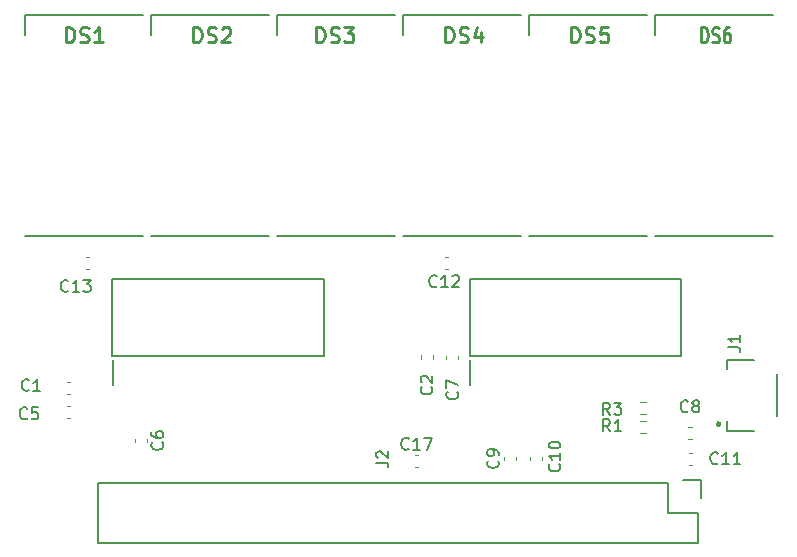
<source format=gto>
%TF.GenerationSoftware,KiCad,Pcbnew,7.0.5*%
%TF.CreationDate,2023-07-27T22:46:49+03:00*%
%TF.ProjectId,ltp_kikad,6c74705f-6b69-46b6-9164-2e6b69636164,rev?*%
%TF.SameCoordinates,Original*%
%TF.FileFunction,Legend,Top*%
%TF.FilePolarity,Positive*%
%FSLAX46Y46*%
G04 Gerber Fmt 4.6, Leading zero omitted, Abs format (unit mm)*
G04 Created by KiCad (PCBNEW 7.0.5) date 2023-07-27 22:46:49*
%MOMM*%
%LPD*%
G01*
G04 APERTURE LIST*
%ADD10C,0.150000*%
%ADD11C,0.250000*%
%ADD12C,0.254000*%
%ADD13C,0.200000*%
%ADD14C,0.120000*%
%ADD15C,0.127000*%
%ADD16C,0.300000*%
G04 APERTURE END LIST*
D10*
%TO.C,J2*%
X149641819Y-101333333D02*
X150356104Y-101333333D01*
X150356104Y-101333333D02*
X150498961Y-101380952D01*
X150498961Y-101380952D02*
X150594200Y-101476190D01*
X150594200Y-101476190D02*
X150641819Y-101619047D01*
X150641819Y-101619047D02*
X150641819Y-101714285D01*
X149737057Y-100904761D02*
X149689438Y-100857142D01*
X149689438Y-100857142D02*
X149641819Y-100761904D01*
X149641819Y-100761904D02*
X149641819Y-100523809D01*
X149641819Y-100523809D02*
X149689438Y-100428571D01*
X149689438Y-100428571D02*
X149737057Y-100380952D01*
X149737057Y-100380952D02*
X149832295Y-100333333D01*
X149832295Y-100333333D02*
X149927533Y-100333333D01*
X149927533Y-100333333D02*
X150070390Y-100380952D01*
X150070390Y-100380952D02*
X150641819Y-100952380D01*
X150641819Y-100952380D02*
X150641819Y-100333333D01*
D11*
%TO.C,DS6*%
X177130614Y-65725526D02*
X177130614Y-64455526D01*
X177130614Y-64455526D02*
X177368709Y-64455526D01*
X177368709Y-64455526D02*
X177511566Y-64516002D01*
X177511566Y-64516002D02*
X177606804Y-64636954D01*
X177606804Y-64636954D02*
X177654423Y-64757907D01*
X177654423Y-64757907D02*
X177702042Y-64999811D01*
X177702042Y-64999811D02*
X177702042Y-65181240D01*
X177702042Y-65181240D02*
X177654423Y-65423145D01*
X177654423Y-65423145D02*
X177606804Y-65544097D01*
X177606804Y-65544097D02*
X177511566Y-65665050D01*
X177511566Y-65665050D02*
X177368709Y-65725526D01*
X177368709Y-65725526D02*
X177130614Y-65725526D01*
X178082995Y-65665050D02*
X178225852Y-65725526D01*
X178225852Y-65725526D02*
X178463947Y-65725526D01*
X178463947Y-65725526D02*
X178559185Y-65665050D01*
X178559185Y-65665050D02*
X178606804Y-65604573D01*
X178606804Y-65604573D02*
X178654423Y-65483621D01*
X178654423Y-65483621D02*
X178654423Y-65362669D01*
X178654423Y-65362669D02*
X178606804Y-65241716D01*
X178606804Y-65241716D02*
X178559185Y-65181240D01*
X178559185Y-65181240D02*
X178463947Y-65120764D01*
X178463947Y-65120764D02*
X178273471Y-65060288D01*
X178273471Y-65060288D02*
X178178233Y-64999811D01*
X178178233Y-64999811D02*
X178130614Y-64939335D01*
X178130614Y-64939335D02*
X178082995Y-64818383D01*
X178082995Y-64818383D02*
X178082995Y-64697430D01*
X178082995Y-64697430D02*
X178130614Y-64576478D01*
X178130614Y-64576478D02*
X178178233Y-64516002D01*
X178178233Y-64516002D02*
X178273471Y-64455526D01*
X178273471Y-64455526D02*
X178511566Y-64455526D01*
X178511566Y-64455526D02*
X178654423Y-64516002D01*
X179511566Y-64455526D02*
X179321090Y-64455526D01*
X179321090Y-64455526D02*
X179225852Y-64516002D01*
X179225852Y-64516002D02*
X179178233Y-64576478D01*
X179178233Y-64576478D02*
X179082995Y-64757907D01*
X179082995Y-64757907D02*
X179035376Y-64999811D01*
X179035376Y-64999811D02*
X179035376Y-65483621D01*
X179035376Y-65483621D02*
X179082995Y-65604573D01*
X179082995Y-65604573D02*
X179130614Y-65665050D01*
X179130614Y-65665050D02*
X179225852Y-65725526D01*
X179225852Y-65725526D02*
X179416328Y-65725526D01*
X179416328Y-65725526D02*
X179511566Y-65665050D01*
X179511566Y-65665050D02*
X179559185Y-65604573D01*
X179559185Y-65604573D02*
X179606804Y-65483621D01*
X179606804Y-65483621D02*
X179606804Y-65181240D01*
X179606804Y-65181240D02*
X179559185Y-65060288D01*
X179559185Y-65060288D02*
X179511566Y-64999811D01*
X179511566Y-64999811D02*
X179416328Y-64939335D01*
X179416328Y-64939335D02*
X179225852Y-64939335D01*
X179225852Y-64939335D02*
X179130614Y-64999811D01*
X179130614Y-64999811D02*
X179082995Y-65060288D01*
X179082995Y-65060288D02*
X179035376Y-65181240D01*
D12*
%TO.C,DS3*%
X144544756Y-65722918D02*
X144544756Y-64452918D01*
X144544756Y-64452918D02*
X144847137Y-64452918D01*
X144847137Y-64452918D02*
X145028566Y-64513394D01*
X145028566Y-64513394D02*
X145149518Y-64634346D01*
X145149518Y-64634346D02*
X145209995Y-64755299D01*
X145209995Y-64755299D02*
X145270471Y-64997203D01*
X145270471Y-64997203D02*
X145270471Y-65178632D01*
X145270471Y-65178632D02*
X145209995Y-65420537D01*
X145209995Y-65420537D02*
X145149518Y-65541489D01*
X145149518Y-65541489D02*
X145028566Y-65662442D01*
X145028566Y-65662442D02*
X144847137Y-65722918D01*
X144847137Y-65722918D02*
X144544756Y-65722918D01*
X145754280Y-65662442D02*
X145935709Y-65722918D01*
X145935709Y-65722918D02*
X146238090Y-65722918D01*
X146238090Y-65722918D02*
X146359042Y-65662442D01*
X146359042Y-65662442D02*
X146419518Y-65601965D01*
X146419518Y-65601965D02*
X146479995Y-65481013D01*
X146479995Y-65481013D02*
X146479995Y-65360061D01*
X146479995Y-65360061D02*
X146419518Y-65239108D01*
X146419518Y-65239108D02*
X146359042Y-65178632D01*
X146359042Y-65178632D02*
X146238090Y-65118156D01*
X146238090Y-65118156D02*
X145996185Y-65057680D01*
X145996185Y-65057680D02*
X145875233Y-64997203D01*
X145875233Y-64997203D02*
X145814756Y-64936727D01*
X145814756Y-64936727D02*
X145754280Y-64815775D01*
X145754280Y-64815775D02*
X145754280Y-64694822D01*
X145754280Y-64694822D02*
X145814756Y-64573870D01*
X145814756Y-64573870D02*
X145875233Y-64513394D01*
X145875233Y-64513394D02*
X145996185Y-64452918D01*
X145996185Y-64452918D02*
X146298566Y-64452918D01*
X146298566Y-64452918D02*
X146479995Y-64513394D01*
X146903328Y-64452918D02*
X147689519Y-64452918D01*
X147689519Y-64452918D02*
X147266185Y-64936727D01*
X147266185Y-64936727D02*
X147447614Y-64936727D01*
X147447614Y-64936727D02*
X147568566Y-64997203D01*
X147568566Y-64997203D02*
X147629042Y-65057680D01*
X147629042Y-65057680D02*
X147689519Y-65178632D01*
X147689519Y-65178632D02*
X147689519Y-65481013D01*
X147689519Y-65481013D02*
X147629042Y-65601965D01*
X147629042Y-65601965D02*
X147568566Y-65662442D01*
X147568566Y-65662442D02*
X147447614Y-65722918D01*
X147447614Y-65722918D02*
X147084757Y-65722918D01*
X147084757Y-65722918D02*
X146963804Y-65662442D01*
X146963804Y-65662442D02*
X146903328Y-65601965D01*
D10*
%TO.C,C11*%
X178544142Y-101359580D02*
X178496523Y-101407200D01*
X178496523Y-101407200D02*
X178353666Y-101454819D01*
X178353666Y-101454819D02*
X178258428Y-101454819D01*
X178258428Y-101454819D02*
X178115571Y-101407200D01*
X178115571Y-101407200D02*
X178020333Y-101311961D01*
X178020333Y-101311961D02*
X177972714Y-101216723D01*
X177972714Y-101216723D02*
X177925095Y-101026247D01*
X177925095Y-101026247D02*
X177925095Y-100883390D01*
X177925095Y-100883390D02*
X177972714Y-100692914D01*
X177972714Y-100692914D02*
X178020333Y-100597676D01*
X178020333Y-100597676D02*
X178115571Y-100502438D01*
X178115571Y-100502438D02*
X178258428Y-100454819D01*
X178258428Y-100454819D02*
X178353666Y-100454819D01*
X178353666Y-100454819D02*
X178496523Y-100502438D01*
X178496523Y-100502438D02*
X178544142Y-100550057D01*
X179496523Y-101454819D02*
X178925095Y-101454819D01*
X179210809Y-101454819D02*
X179210809Y-100454819D01*
X179210809Y-100454819D02*
X179115571Y-100597676D01*
X179115571Y-100597676D02*
X179020333Y-100692914D01*
X179020333Y-100692914D02*
X178925095Y-100740533D01*
X180448904Y-101454819D02*
X179877476Y-101454819D01*
X180163190Y-101454819D02*
X180163190Y-100454819D01*
X180163190Y-100454819D02*
X180067952Y-100597676D01*
X180067952Y-100597676D02*
X179972714Y-100692914D01*
X179972714Y-100692914D02*
X179877476Y-100740533D01*
%TO.C,J1*%
X179441819Y-91533333D02*
X180156104Y-91533333D01*
X180156104Y-91533333D02*
X180298961Y-91580952D01*
X180298961Y-91580952D02*
X180394200Y-91676190D01*
X180394200Y-91676190D02*
X180441819Y-91819047D01*
X180441819Y-91819047D02*
X180441819Y-91914285D01*
X180441819Y-90533333D02*
X180441819Y-91104761D01*
X180441819Y-90819047D02*
X179441819Y-90819047D01*
X179441819Y-90819047D02*
X179584676Y-90914285D01*
X179584676Y-90914285D02*
X179679914Y-91009523D01*
X179679914Y-91009523D02*
X179727533Y-91104761D01*
%TO.C,C9*%
X159916580Y-101141666D02*
X159964200Y-101189285D01*
X159964200Y-101189285D02*
X160011819Y-101332142D01*
X160011819Y-101332142D02*
X160011819Y-101427380D01*
X160011819Y-101427380D02*
X159964200Y-101570237D01*
X159964200Y-101570237D02*
X159868961Y-101665475D01*
X159868961Y-101665475D02*
X159773723Y-101713094D01*
X159773723Y-101713094D02*
X159583247Y-101760713D01*
X159583247Y-101760713D02*
X159440390Y-101760713D01*
X159440390Y-101760713D02*
X159249914Y-101713094D01*
X159249914Y-101713094D02*
X159154676Y-101665475D01*
X159154676Y-101665475D02*
X159059438Y-101570237D01*
X159059438Y-101570237D02*
X159011819Y-101427380D01*
X159011819Y-101427380D02*
X159011819Y-101332142D01*
X159011819Y-101332142D02*
X159059438Y-101189285D01*
X159059438Y-101189285D02*
X159107057Y-101141666D01*
X160011819Y-100665475D02*
X160011819Y-100474999D01*
X160011819Y-100474999D02*
X159964200Y-100379761D01*
X159964200Y-100379761D02*
X159916580Y-100332142D01*
X159916580Y-100332142D02*
X159773723Y-100236904D01*
X159773723Y-100236904D02*
X159583247Y-100189285D01*
X159583247Y-100189285D02*
X159202295Y-100189285D01*
X159202295Y-100189285D02*
X159107057Y-100236904D01*
X159107057Y-100236904D02*
X159059438Y-100284523D01*
X159059438Y-100284523D02*
X159011819Y-100379761D01*
X159011819Y-100379761D02*
X159011819Y-100570237D01*
X159011819Y-100570237D02*
X159059438Y-100665475D01*
X159059438Y-100665475D02*
X159107057Y-100713094D01*
X159107057Y-100713094D02*
X159202295Y-100760713D01*
X159202295Y-100760713D02*
X159440390Y-100760713D01*
X159440390Y-100760713D02*
X159535628Y-100713094D01*
X159535628Y-100713094D02*
X159583247Y-100665475D01*
X159583247Y-100665475D02*
X159630866Y-100570237D01*
X159630866Y-100570237D02*
X159630866Y-100379761D01*
X159630866Y-100379761D02*
X159583247Y-100284523D01*
X159583247Y-100284523D02*
X159535628Y-100236904D01*
X159535628Y-100236904D02*
X159440390Y-100189285D01*
%TO.C,C7*%
X156476580Y-95326666D02*
X156524200Y-95374285D01*
X156524200Y-95374285D02*
X156571819Y-95517142D01*
X156571819Y-95517142D02*
X156571819Y-95612380D01*
X156571819Y-95612380D02*
X156524200Y-95755237D01*
X156524200Y-95755237D02*
X156428961Y-95850475D01*
X156428961Y-95850475D02*
X156333723Y-95898094D01*
X156333723Y-95898094D02*
X156143247Y-95945713D01*
X156143247Y-95945713D02*
X156000390Y-95945713D01*
X156000390Y-95945713D02*
X155809914Y-95898094D01*
X155809914Y-95898094D02*
X155714676Y-95850475D01*
X155714676Y-95850475D02*
X155619438Y-95755237D01*
X155619438Y-95755237D02*
X155571819Y-95612380D01*
X155571819Y-95612380D02*
X155571819Y-95517142D01*
X155571819Y-95517142D02*
X155619438Y-95374285D01*
X155619438Y-95374285D02*
X155667057Y-95326666D01*
X155571819Y-94993332D02*
X155571819Y-94326666D01*
X155571819Y-94326666D02*
X156571819Y-94755237D01*
%TO.C,C5*%
X120072433Y-97549980D02*
X120024814Y-97597600D01*
X120024814Y-97597600D02*
X119881957Y-97645219D01*
X119881957Y-97645219D02*
X119786719Y-97645219D01*
X119786719Y-97645219D02*
X119643862Y-97597600D01*
X119643862Y-97597600D02*
X119548624Y-97502361D01*
X119548624Y-97502361D02*
X119501005Y-97407123D01*
X119501005Y-97407123D02*
X119453386Y-97216647D01*
X119453386Y-97216647D02*
X119453386Y-97073790D01*
X119453386Y-97073790D02*
X119501005Y-96883314D01*
X119501005Y-96883314D02*
X119548624Y-96788076D01*
X119548624Y-96788076D02*
X119643862Y-96692838D01*
X119643862Y-96692838D02*
X119786719Y-96645219D01*
X119786719Y-96645219D02*
X119881957Y-96645219D01*
X119881957Y-96645219D02*
X120024814Y-96692838D01*
X120024814Y-96692838D02*
X120072433Y-96740457D01*
X120977195Y-96645219D02*
X120501005Y-96645219D01*
X120501005Y-96645219D02*
X120453386Y-97121409D01*
X120453386Y-97121409D02*
X120501005Y-97073790D01*
X120501005Y-97073790D02*
X120596243Y-97026171D01*
X120596243Y-97026171D02*
X120834338Y-97026171D01*
X120834338Y-97026171D02*
X120929576Y-97073790D01*
X120929576Y-97073790D02*
X120977195Y-97121409D01*
X120977195Y-97121409D02*
X121024814Y-97216647D01*
X121024814Y-97216647D02*
X121024814Y-97454742D01*
X121024814Y-97454742D02*
X120977195Y-97549980D01*
X120977195Y-97549980D02*
X120929576Y-97597600D01*
X120929576Y-97597600D02*
X120834338Y-97645219D01*
X120834338Y-97645219D02*
X120596243Y-97645219D01*
X120596243Y-97645219D02*
X120501005Y-97597600D01*
X120501005Y-97597600D02*
X120453386Y-97549980D01*
%TO.C,C13*%
X123544142Y-86759580D02*
X123496523Y-86807200D01*
X123496523Y-86807200D02*
X123353666Y-86854819D01*
X123353666Y-86854819D02*
X123258428Y-86854819D01*
X123258428Y-86854819D02*
X123115571Y-86807200D01*
X123115571Y-86807200D02*
X123020333Y-86711961D01*
X123020333Y-86711961D02*
X122972714Y-86616723D01*
X122972714Y-86616723D02*
X122925095Y-86426247D01*
X122925095Y-86426247D02*
X122925095Y-86283390D01*
X122925095Y-86283390D02*
X122972714Y-86092914D01*
X122972714Y-86092914D02*
X123020333Y-85997676D01*
X123020333Y-85997676D02*
X123115571Y-85902438D01*
X123115571Y-85902438D02*
X123258428Y-85854819D01*
X123258428Y-85854819D02*
X123353666Y-85854819D01*
X123353666Y-85854819D02*
X123496523Y-85902438D01*
X123496523Y-85902438D02*
X123544142Y-85950057D01*
X124496523Y-86854819D02*
X123925095Y-86854819D01*
X124210809Y-86854819D02*
X124210809Y-85854819D01*
X124210809Y-85854819D02*
X124115571Y-85997676D01*
X124115571Y-85997676D02*
X124020333Y-86092914D01*
X124020333Y-86092914D02*
X123925095Y-86140533D01*
X124829857Y-85854819D02*
X125448904Y-85854819D01*
X125448904Y-85854819D02*
X125115571Y-86235771D01*
X125115571Y-86235771D02*
X125258428Y-86235771D01*
X125258428Y-86235771D02*
X125353666Y-86283390D01*
X125353666Y-86283390D02*
X125401285Y-86331009D01*
X125401285Y-86331009D02*
X125448904Y-86426247D01*
X125448904Y-86426247D02*
X125448904Y-86664342D01*
X125448904Y-86664342D02*
X125401285Y-86759580D01*
X125401285Y-86759580D02*
X125353666Y-86807200D01*
X125353666Y-86807200D02*
X125258428Y-86854819D01*
X125258428Y-86854819D02*
X124972714Y-86854819D01*
X124972714Y-86854819D02*
X124877476Y-86807200D01*
X124877476Y-86807200D02*
X124829857Y-86759580D01*
%TO.C,C2*%
X154283580Y-94908666D02*
X154331200Y-94956285D01*
X154331200Y-94956285D02*
X154378819Y-95099142D01*
X154378819Y-95099142D02*
X154378819Y-95194380D01*
X154378819Y-95194380D02*
X154331200Y-95337237D01*
X154331200Y-95337237D02*
X154235961Y-95432475D01*
X154235961Y-95432475D02*
X154140723Y-95480094D01*
X154140723Y-95480094D02*
X153950247Y-95527713D01*
X153950247Y-95527713D02*
X153807390Y-95527713D01*
X153807390Y-95527713D02*
X153616914Y-95480094D01*
X153616914Y-95480094D02*
X153521676Y-95432475D01*
X153521676Y-95432475D02*
X153426438Y-95337237D01*
X153426438Y-95337237D02*
X153378819Y-95194380D01*
X153378819Y-95194380D02*
X153378819Y-95099142D01*
X153378819Y-95099142D02*
X153426438Y-94956285D01*
X153426438Y-94956285D02*
X153474057Y-94908666D01*
X153474057Y-94527713D02*
X153426438Y-94480094D01*
X153426438Y-94480094D02*
X153378819Y-94384856D01*
X153378819Y-94384856D02*
X153378819Y-94146761D01*
X153378819Y-94146761D02*
X153426438Y-94051523D01*
X153426438Y-94051523D02*
X153474057Y-94003904D01*
X153474057Y-94003904D02*
X153569295Y-93956285D01*
X153569295Y-93956285D02*
X153664533Y-93956285D01*
X153664533Y-93956285D02*
X153807390Y-94003904D01*
X153807390Y-94003904D02*
X154378819Y-94575332D01*
X154378819Y-94575332D02*
X154378819Y-93956285D01*
%TO.C,R1*%
X169420333Y-98654819D02*
X169087000Y-98178628D01*
X168848905Y-98654819D02*
X168848905Y-97654819D01*
X168848905Y-97654819D02*
X169229857Y-97654819D01*
X169229857Y-97654819D02*
X169325095Y-97702438D01*
X169325095Y-97702438D02*
X169372714Y-97750057D01*
X169372714Y-97750057D02*
X169420333Y-97845295D01*
X169420333Y-97845295D02*
X169420333Y-97988152D01*
X169420333Y-97988152D02*
X169372714Y-98083390D01*
X169372714Y-98083390D02*
X169325095Y-98131009D01*
X169325095Y-98131009D02*
X169229857Y-98178628D01*
X169229857Y-98178628D02*
X168848905Y-98178628D01*
X170372714Y-98654819D02*
X169801286Y-98654819D01*
X170087000Y-98654819D02*
X170087000Y-97654819D01*
X170087000Y-97654819D02*
X169991762Y-97797676D01*
X169991762Y-97797676D02*
X169896524Y-97892914D01*
X169896524Y-97892914D02*
X169801286Y-97940533D01*
D12*
%TO.C,DS5*%
X166134756Y-65722918D02*
X166134756Y-64452918D01*
X166134756Y-64452918D02*
X166437137Y-64452918D01*
X166437137Y-64452918D02*
X166618566Y-64513394D01*
X166618566Y-64513394D02*
X166739518Y-64634346D01*
X166739518Y-64634346D02*
X166799995Y-64755299D01*
X166799995Y-64755299D02*
X166860471Y-64997203D01*
X166860471Y-64997203D02*
X166860471Y-65178632D01*
X166860471Y-65178632D02*
X166799995Y-65420537D01*
X166799995Y-65420537D02*
X166739518Y-65541489D01*
X166739518Y-65541489D02*
X166618566Y-65662442D01*
X166618566Y-65662442D02*
X166437137Y-65722918D01*
X166437137Y-65722918D02*
X166134756Y-65722918D01*
X167344280Y-65662442D02*
X167525709Y-65722918D01*
X167525709Y-65722918D02*
X167828090Y-65722918D01*
X167828090Y-65722918D02*
X167949042Y-65662442D01*
X167949042Y-65662442D02*
X168009518Y-65601965D01*
X168009518Y-65601965D02*
X168069995Y-65481013D01*
X168069995Y-65481013D02*
X168069995Y-65360061D01*
X168069995Y-65360061D02*
X168009518Y-65239108D01*
X168009518Y-65239108D02*
X167949042Y-65178632D01*
X167949042Y-65178632D02*
X167828090Y-65118156D01*
X167828090Y-65118156D02*
X167586185Y-65057680D01*
X167586185Y-65057680D02*
X167465233Y-64997203D01*
X167465233Y-64997203D02*
X167404756Y-64936727D01*
X167404756Y-64936727D02*
X167344280Y-64815775D01*
X167344280Y-64815775D02*
X167344280Y-64694822D01*
X167344280Y-64694822D02*
X167404756Y-64573870D01*
X167404756Y-64573870D02*
X167465233Y-64513394D01*
X167465233Y-64513394D02*
X167586185Y-64452918D01*
X167586185Y-64452918D02*
X167888566Y-64452918D01*
X167888566Y-64452918D02*
X168069995Y-64513394D01*
X169219042Y-64452918D02*
X168614280Y-64452918D01*
X168614280Y-64452918D02*
X168553804Y-65057680D01*
X168553804Y-65057680D02*
X168614280Y-64997203D01*
X168614280Y-64997203D02*
X168735233Y-64936727D01*
X168735233Y-64936727D02*
X169037614Y-64936727D01*
X169037614Y-64936727D02*
X169158566Y-64997203D01*
X169158566Y-64997203D02*
X169219042Y-65057680D01*
X169219042Y-65057680D02*
X169279519Y-65178632D01*
X169279519Y-65178632D02*
X169279519Y-65481013D01*
X169279519Y-65481013D02*
X169219042Y-65601965D01*
X169219042Y-65601965D02*
X169158566Y-65662442D01*
X169158566Y-65662442D02*
X169037614Y-65722918D01*
X169037614Y-65722918D02*
X168735233Y-65722918D01*
X168735233Y-65722918D02*
X168614280Y-65662442D01*
X168614280Y-65662442D02*
X168553804Y-65601965D01*
%TO.C,DS2*%
X134130756Y-65722918D02*
X134130756Y-64452918D01*
X134130756Y-64452918D02*
X134433137Y-64452918D01*
X134433137Y-64452918D02*
X134614566Y-64513394D01*
X134614566Y-64513394D02*
X134735518Y-64634346D01*
X134735518Y-64634346D02*
X134795995Y-64755299D01*
X134795995Y-64755299D02*
X134856471Y-64997203D01*
X134856471Y-64997203D02*
X134856471Y-65178632D01*
X134856471Y-65178632D02*
X134795995Y-65420537D01*
X134795995Y-65420537D02*
X134735518Y-65541489D01*
X134735518Y-65541489D02*
X134614566Y-65662442D01*
X134614566Y-65662442D02*
X134433137Y-65722918D01*
X134433137Y-65722918D02*
X134130756Y-65722918D01*
X135340280Y-65662442D02*
X135521709Y-65722918D01*
X135521709Y-65722918D02*
X135824090Y-65722918D01*
X135824090Y-65722918D02*
X135945042Y-65662442D01*
X135945042Y-65662442D02*
X136005518Y-65601965D01*
X136005518Y-65601965D02*
X136065995Y-65481013D01*
X136065995Y-65481013D02*
X136065995Y-65360061D01*
X136065995Y-65360061D02*
X136005518Y-65239108D01*
X136005518Y-65239108D02*
X135945042Y-65178632D01*
X135945042Y-65178632D02*
X135824090Y-65118156D01*
X135824090Y-65118156D02*
X135582185Y-65057680D01*
X135582185Y-65057680D02*
X135461233Y-64997203D01*
X135461233Y-64997203D02*
X135400756Y-64936727D01*
X135400756Y-64936727D02*
X135340280Y-64815775D01*
X135340280Y-64815775D02*
X135340280Y-64694822D01*
X135340280Y-64694822D02*
X135400756Y-64573870D01*
X135400756Y-64573870D02*
X135461233Y-64513394D01*
X135461233Y-64513394D02*
X135582185Y-64452918D01*
X135582185Y-64452918D02*
X135884566Y-64452918D01*
X135884566Y-64452918D02*
X136065995Y-64513394D01*
X136549804Y-64573870D02*
X136610280Y-64513394D01*
X136610280Y-64513394D02*
X136731233Y-64452918D01*
X136731233Y-64452918D02*
X137033614Y-64452918D01*
X137033614Y-64452918D02*
X137154566Y-64513394D01*
X137154566Y-64513394D02*
X137215042Y-64573870D01*
X137215042Y-64573870D02*
X137275519Y-64694822D01*
X137275519Y-64694822D02*
X137275519Y-64815775D01*
X137275519Y-64815775D02*
X137215042Y-64997203D01*
X137215042Y-64997203D02*
X136489328Y-65722918D01*
X136489328Y-65722918D02*
X137275519Y-65722918D01*
%TO.C,DS1*%
X123335756Y-65722918D02*
X123335756Y-64452918D01*
X123335756Y-64452918D02*
X123638137Y-64452918D01*
X123638137Y-64452918D02*
X123819566Y-64513394D01*
X123819566Y-64513394D02*
X123940518Y-64634346D01*
X123940518Y-64634346D02*
X124000995Y-64755299D01*
X124000995Y-64755299D02*
X124061471Y-64997203D01*
X124061471Y-64997203D02*
X124061471Y-65178632D01*
X124061471Y-65178632D02*
X124000995Y-65420537D01*
X124000995Y-65420537D02*
X123940518Y-65541489D01*
X123940518Y-65541489D02*
X123819566Y-65662442D01*
X123819566Y-65662442D02*
X123638137Y-65722918D01*
X123638137Y-65722918D02*
X123335756Y-65722918D01*
X124545280Y-65662442D02*
X124726709Y-65722918D01*
X124726709Y-65722918D02*
X125029090Y-65722918D01*
X125029090Y-65722918D02*
X125150042Y-65662442D01*
X125150042Y-65662442D02*
X125210518Y-65601965D01*
X125210518Y-65601965D02*
X125270995Y-65481013D01*
X125270995Y-65481013D02*
X125270995Y-65360061D01*
X125270995Y-65360061D02*
X125210518Y-65239108D01*
X125210518Y-65239108D02*
X125150042Y-65178632D01*
X125150042Y-65178632D02*
X125029090Y-65118156D01*
X125029090Y-65118156D02*
X124787185Y-65057680D01*
X124787185Y-65057680D02*
X124666233Y-64997203D01*
X124666233Y-64997203D02*
X124605756Y-64936727D01*
X124605756Y-64936727D02*
X124545280Y-64815775D01*
X124545280Y-64815775D02*
X124545280Y-64694822D01*
X124545280Y-64694822D02*
X124605756Y-64573870D01*
X124605756Y-64573870D02*
X124666233Y-64513394D01*
X124666233Y-64513394D02*
X124787185Y-64452918D01*
X124787185Y-64452918D02*
X125089566Y-64452918D01*
X125089566Y-64452918D02*
X125270995Y-64513394D01*
X126480519Y-65722918D02*
X125754804Y-65722918D01*
X126117661Y-65722918D02*
X126117661Y-64452918D01*
X126117661Y-64452918D02*
X125996709Y-64634346D01*
X125996709Y-64634346D02*
X125875757Y-64755299D01*
X125875757Y-64755299D02*
X125754804Y-64815775D01*
D10*
%TO.C,C1*%
X120220333Y-95159580D02*
X120172714Y-95207200D01*
X120172714Y-95207200D02*
X120029857Y-95254819D01*
X120029857Y-95254819D02*
X119934619Y-95254819D01*
X119934619Y-95254819D02*
X119791762Y-95207200D01*
X119791762Y-95207200D02*
X119696524Y-95111961D01*
X119696524Y-95111961D02*
X119648905Y-95016723D01*
X119648905Y-95016723D02*
X119601286Y-94826247D01*
X119601286Y-94826247D02*
X119601286Y-94683390D01*
X119601286Y-94683390D02*
X119648905Y-94492914D01*
X119648905Y-94492914D02*
X119696524Y-94397676D01*
X119696524Y-94397676D02*
X119791762Y-94302438D01*
X119791762Y-94302438D02*
X119934619Y-94254819D01*
X119934619Y-94254819D02*
X120029857Y-94254819D01*
X120029857Y-94254819D02*
X120172714Y-94302438D01*
X120172714Y-94302438D02*
X120220333Y-94350057D01*
X121172714Y-95254819D02*
X120601286Y-95254819D01*
X120887000Y-95254819D02*
X120887000Y-94254819D01*
X120887000Y-94254819D02*
X120791762Y-94397676D01*
X120791762Y-94397676D02*
X120696524Y-94492914D01*
X120696524Y-94492914D02*
X120601286Y-94540533D01*
%TO.C,C17*%
X152369142Y-100129580D02*
X152321523Y-100177200D01*
X152321523Y-100177200D02*
X152178666Y-100224819D01*
X152178666Y-100224819D02*
X152083428Y-100224819D01*
X152083428Y-100224819D02*
X151940571Y-100177200D01*
X151940571Y-100177200D02*
X151845333Y-100081961D01*
X151845333Y-100081961D02*
X151797714Y-99986723D01*
X151797714Y-99986723D02*
X151750095Y-99796247D01*
X151750095Y-99796247D02*
X151750095Y-99653390D01*
X151750095Y-99653390D02*
X151797714Y-99462914D01*
X151797714Y-99462914D02*
X151845333Y-99367676D01*
X151845333Y-99367676D02*
X151940571Y-99272438D01*
X151940571Y-99272438D02*
X152083428Y-99224819D01*
X152083428Y-99224819D02*
X152178666Y-99224819D01*
X152178666Y-99224819D02*
X152321523Y-99272438D01*
X152321523Y-99272438D02*
X152369142Y-99320057D01*
X153321523Y-100224819D02*
X152750095Y-100224819D01*
X153035809Y-100224819D02*
X153035809Y-99224819D01*
X153035809Y-99224819D02*
X152940571Y-99367676D01*
X152940571Y-99367676D02*
X152845333Y-99462914D01*
X152845333Y-99462914D02*
X152750095Y-99510533D01*
X153654857Y-99224819D02*
X154321523Y-99224819D01*
X154321523Y-99224819D02*
X153892952Y-100224819D01*
%TO.C,C6*%
X131493480Y-99605266D02*
X131541100Y-99652885D01*
X131541100Y-99652885D02*
X131588719Y-99795742D01*
X131588719Y-99795742D02*
X131588719Y-99890980D01*
X131588719Y-99890980D02*
X131541100Y-100033837D01*
X131541100Y-100033837D02*
X131445861Y-100129075D01*
X131445861Y-100129075D02*
X131350623Y-100176694D01*
X131350623Y-100176694D02*
X131160147Y-100224313D01*
X131160147Y-100224313D02*
X131017290Y-100224313D01*
X131017290Y-100224313D02*
X130826814Y-100176694D01*
X130826814Y-100176694D02*
X130731576Y-100129075D01*
X130731576Y-100129075D02*
X130636338Y-100033837D01*
X130636338Y-100033837D02*
X130588719Y-99890980D01*
X130588719Y-99890980D02*
X130588719Y-99795742D01*
X130588719Y-99795742D02*
X130636338Y-99652885D01*
X130636338Y-99652885D02*
X130683957Y-99605266D01*
X130588719Y-98748123D02*
X130588719Y-98938599D01*
X130588719Y-98938599D02*
X130636338Y-99033837D01*
X130636338Y-99033837D02*
X130683957Y-99081456D01*
X130683957Y-99081456D02*
X130826814Y-99176694D01*
X130826814Y-99176694D02*
X131017290Y-99224313D01*
X131017290Y-99224313D02*
X131398242Y-99224313D01*
X131398242Y-99224313D02*
X131493480Y-99176694D01*
X131493480Y-99176694D02*
X131541100Y-99129075D01*
X131541100Y-99129075D02*
X131588719Y-99033837D01*
X131588719Y-99033837D02*
X131588719Y-98843361D01*
X131588719Y-98843361D02*
X131541100Y-98748123D01*
X131541100Y-98748123D02*
X131493480Y-98700504D01*
X131493480Y-98700504D02*
X131398242Y-98652885D01*
X131398242Y-98652885D02*
X131160147Y-98652885D01*
X131160147Y-98652885D02*
X131064909Y-98700504D01*
X131064909Y-98700504D02*
X131017290Y-98748123D01*
X131017290Y-98748123D02*
X130969671Y-98843361D01*
X130969671Y-98843361D02*
X130969671Y-99033837D01*
X130969671Y-99033837D02*
X131017290Y-99129075D01*
X131017290Y-99129075D02*
X131064909Y-99176694D01*
X131064909Y-99176694D02*
X131160147Y-99224313D01*
%TO.C,C8*%
X176020333Y-96959580D02*
X175972714Y-97007200D01*
X175972714Y-97007200D02*
X175829857Y-97054819D01*
X175829857Y-97054819D02*
X175734619Y-97054819D01*
X175734619Y-97054819D02*
X175591762Y-97007200D01*
X175591762Y-97007200D02*
X175496524Y-96911961D01*
X175496524Y-96911961D02*
X175448905Y-96816723D01*
X175448905Y-96816723D02*
X175401286Y-96626247D01*
X175401286Y-96626247D02*
X175401286Y-96483390D01*
X175401286Y-96483390D02*
X175448905Y-96292914D01*
X175448905Y-96292914D02*
X175496524Y-96197676D01*
X175496524Y-96197676D02*
X175591762Y-96102438D01*
X175591762Y-96102438D02*
X175734619Y-96054819D01*
X175734619Y-96054819D02*
X175829857Y-96054819D01*
X175829857Y-96054819D02*
X175972714Y-96102438D01*
X175972714Y-96102438D02*
X176020333Y-96150057D01*
X176591762Y-96483390D02*
X176496524Y-96435771D01*
X176496524Y-96435771D02*
X176448905Y-96388152D01*
X176448905Y-96388152D02*
X176401286Y-96292914D01*
X176401286Y-96292914D02*
X176401286Y-96245295D01*
X176401286Y-96245295D02*
X176448905Y-96150057D01*
X176448905Y-96150057D02*
X176496524Y-96102438D01*
X176496524Y-96102438D02*
X176591762Y-96054819D01*
X176591762Y-96054819D02*
X176782238Y-96054819D01*
X176782238Y-96054819D02*
X176877476Y-96102438D01*
X176877476Y-96102438D02*
X176925095Y-96150057D01*
X176925095Y-96150057D02*
X176972714Y-96245295D01*
X176972714Y-96245295D02*
X176972714Y-96292914D01*
X176972714Y-96292914D02*
X176925095Y-96388152D01*
X176925095Y-96388152D02*
X176877476Y-96435771D01*
X176877476Y-96435771D02*
X176782238Y-96483390D01*
X176782238Y-96483390D02*
X176591762Y-96483390D01*
X176591762Y-96483390D02*
X176496524Y-96531009D01*
X176496524Y-96531009D02*
X176448905Y-96578628D01*
X176448905Y-96578628D02*
X176401286Y-96673866D01*
X176401286Y-96673866D02*
X176401286Y-96864342D01*
X176401286Y-96864342D02*
X176448905Y-96959580D01*
X176448905Y-96959580D02*
X176496524Y-97007200D01*
X176496524Y-97007200D02*
X176591762Y-97054819D01*
X176591762Y-97054819D02*
X176782238Y-97054819D01*
X176782238Y-97054819D02*
X176877476Y-97007200D01*
X176877476Y-97007200D02*
X176925095Y-96959580D01*
X176925095Y-96959580D02*
X176972714Y-96864342D01*
X176972714Y-96864342D02*
X176972714Y-96673866D01*
X176972714Y-96673866D02*
X176925095Y-96578628D01*
X176925095Y-96578628D02*
X176877476Y-96531009D01*
X176877476Y-96531009D02*
X176782238Y-96483390D01*
D12*
%TO.C,DS4*%
X155466756Y-65722918D02*
X155466756Y-64452918D01*
X155466756Y-64452918D02*
X155769137Y-64452918D01*
X155769137Y-64452918D02*
X155950566Y-64513394D01*
X155950566Y-64513394D02*
X156071518Y-64634346D01*
X156071518Y-64634346D02*
X156131995Y-64755299D01*
X156131995Y-64755299D02*
X156192471Y-64997203D01*
X156192471Y-64997203D02*
X156192471Y-65178632D01*
X156192471Y-65178632D02*
X156131995Y-65420537D01*
X156131995Y-65420537D02*
X156071518Y-65541489D01*
X156071518Y-65541489D02*
X155950566Y-65662442D01*
X155950566Y-65662442D02*
X155769137Y-65722918D01*
X155769137Y-65722918D02*
X155466756Y-65722918D01*
X156676280Y-65662442D02*
X156857709Y-65722918D01*
X156857709Y-65722918D02*
X157160090Y-65722918D01*
X157160090Y-65722918D02*
X157281042Y-65662442D01*
X157281042Y-65662442D02*
X157341518Y-65601965D01*
X157341518Y-65601965D02*
X157401995Y-65481013D01*
X157401995Y-65481013D02*
X157401995Y-65360061D01*
X157401995Y-65360061D02*
X157341518Y-65239108D01*
X157341518Y-65239108D02*
X157281042Y-65178632D01*
X157281042Y-65178632D02*
X157160090Y-65118156D01*
X157160090Y-65118156D02*
X156918185Y-65057680D01*
X156918185Y-65057680D02*
X156797233Y-64997203D01*
X156797233Y-64997203D02*
X156736756Y-64936727D01*
X156736756Y-64936727D02*
X156676280Y-64815775D01*
X156676280Y-64815775D02*
X156676280Y-64694822D01*
X156676280Y-64694822D02*
X156736756Y-64573870D01*
X156736756Y-64573870D02*
X156797233Y-64513394D01*
X156797233Y-64513394D02*
X156918185Y-64452918D01*
X156918185Y-64452918D02*
X157220566Y-64452918D01*
X157220566Y-64452918D02*
X157401995Y-64513394D01*
X158490566Y-64876251D02*
X158490566Y-65722918D01*
X158188185Y-64392442D02*
X157885804Y-65299584D01*
X157885804Y-65299584D02*
X158671995Y-65299584D01*
D10*
%TO.C,C12*%
X154744142Y-86359580D02*
X154696523Y-86407200D01*
X154696523Y-86407200D02*
X154553666Y-86454819D01*
X154553666Y-86454819D02*
X154458428Y-86454819D01*
X154458428Y-86454819D02*
X154315571Y-86407200D01*
X154315571Y-86407200D02*
X154220333Y-86311961D01*
X154220333Y-86311961D02*
X154172714Y-86216723D01*
X154172714Y-86216723D02*
X154125095Y-86026247D01*
X154125095Y-86026247D02*
X154125095Y-85883390D01*
X154125095Y-85883390D02*
X154172714Y-85692914D01*
X154172714Y-85692914D02*
X154220333Y-85597676D01*
X154220333Y-85597676D02*
X154315571Y-85502438D01*
X154315571Y-85502438D02*
X154458428Y-85454819D01*
X154458428Y-85454819D02*
X154553666Y-85454819D01*
X154553666Y-85454819D02*
X154696523Y-85502438D01*
X154696523Y-85502438D02*
X154744142Y-85550057D01*
X155696523Y-86454819D02*
X155125095Y-86454819D01*
X155410809Y-86454819D02*
X155410809Y-85454819D01*
X155410809Y-85454819D02*
X155315571Y-85597676D01*
X155315571Y-85597676D02*
X155220333Y-85692914D01*
X155220333Y-85692914D02*
X155125095Y-85740533D01*
X156077476Y-85550057D02*
X156125095Y-85502438D01*
X156125095Y-85502438D02*
X156220333Y-85454819D01*
X156220333Y-85454819D02*
X156458428Y-85454819D01*
X156458428Y-85454819D02*
X156553666Y-85502438D01*
X156553666Y-85502438D02*
X156601285Y-85550057D01*
X156601285Y-85550057D02*
X156648904Y-85645295D01*
X156648904Y-85645295D02*
X156648904Y-85740533D01*
X156648904Y-85740533D02*
X156601285Y-85883390D01*
X156601285Y-85883390D02*
X156029857Y-86454819D01*
X156029857Y-86454819D02*
X156648904Y-86454819D01*
%TO.C,R3*%
X169420333Y-97254819D02*
X169087000Y-96778628D01*
X168848905Y-97254819D02*
X168848905Y-96254819D01*
X168848905Y-96254819D02*
X169229857Y-96254819D01*
X169229857Y-96254819D02*
X169325095Y-96302438D01*
X169325095Y-96302438D02*
X169372714Y-96350057D01*
X169372714Y-96350057D02*
X169420333Y-96445295D01*
X169420333Y-96445295D02*
X169420333Y-96588152D01*
X169420333Y-96588152D02*
X169372714Y-96683390D01*
X169372714Y-96683390D02*
X169325095Y-96731009D01*
X169325095Y-96731009D02*
X169229857Y-96778628D01*
X169229857Y-96778628D02*
X168848905Y-96778628D01*
X169753667Y-96254819D02*
X170372714Y-96254819D01*
X170372714Y-96254819D02*
X170039381Y-96635771D01*
X170039381Y-96635771D02*
X170182238Y-96635771D01*
X170182238Y-96635771D02*
X170277476Y-96683390D01*
X170277476Y-96683390D02*
X170325095Y-96731009D01*
X170325095Y-96731009D02*
X170372714Y-96826247D01*
X170372714Y-96826247D02*
X170372714Y-97064342D01*
X170372714Y-97064342D02*
X170325095Y-97159580D01*
X170325095Y-97159580D02*
X170277476Y-97207200D01*
X170277476Y-97207200D02*
X170182238Y-97254819D01*
X170182238Y-97254819D02*
X169896524Y-97254819D01*
X169896524Y-97254819D02*
X169801286Y-97207200D01*
X169801286Y-97207200D02*
X169753667Y-97159580D01*
%TO.C,C10*%
X165121580Y-101442857D02*
X165169200Y-101490476D01*
X165169200Y-101490476D02*
X165216819Y-101633333D01*
X165216819Y-101633333D02*
X165216819Y-101728571D01*
X165216819Y-101728571D02*
X165169200Y-101871428D01*
X165169200Y-101871428D02*
X165073961Y-101966666D01*
X165073961Y-101966666D02*
X164978723Y-102014285D01*
X164978723Y-102014285D02*
X164788247Y-102061904D01*
X164788247Y-102061904D02*
X164645390Y-102061904D01*
X164645390Y-102061904D02*
X164454914Y-102014285D01*
X164454914Y-102014285D02*
X164359676Y-101966666D01*
X164359676Y-101966666D02*
X164264438Y-101871428D01*
X164264438Y-101871428D02*
X164216819Y-101728571D01*
X164216819Y-101728571D02*
X164216819Y-101633333D01*
X164216819Y-101633333D02*
X164264438Y-101490476D01*
X164264438Y-101490476D02*
X164312057Y-101442857D01*
X165216819Y-100490476D02*
X165216819Y-101061904D01*
X165216819Y-100776190D02*
X164216819Y-100776190D01*
X164216819Y-100776190D02*
X164359676Y-100871428D01*
X164359676Y-100871428D02*
X164454914Y-100966666D01*
X164454914Y-100966666D02*
X164502533Y-101061904D01*
X164216819Y-99871428D02*
X164216819Y-99776190D01*
X164216819Y-99776190D02*
X164264438Y-99680952D01*
X164264438Y-99680952D02*
X164312057Y-99633333D01*
X164312057Y-99633333D02*
X164407295Y-99585714D01*
X164407295Y-99585714D02*
X164597771Y-99538095D01*
X164597771Y-99538095D02*
X164835866Y-99538095D01*
X164835866Y-99538095D02*
X165026342Y-99585714D01*
X165026342Y-99585714D02*
X165121580Y-99633333D01*
X165121580Y-99633333D02*
X165169200Y-99680952D01*
X165169200Y-99680952D02*
X165216819Y-99776190D01*
X165216819Y-99776190D02*
X165216819Y-99871428D01*
X165216819Y-99871428D02*
X165169200Y-99966666D01*
X165169200Y-99966666D02*
X165121580Y-100014285D01*
X165121580Y-100014285D02*
X165026342Y-100061904D01*
X165026342Y-100061904D02*
X164835866Y-100109523D01*
X164835866Y-100109523D02*
X164597771Y-100109523D01*
X164597771Y-100109523D02*
X164407295Y-100061904D01*
X164407295Y-100061904D02*
X164312057Y-100014285D01*
X164312057Y-100014285D02*
X164264438Y-99966666D01*
X164264438Y-99966666D02*
X164216819Y-99871428D01*
%TO.C,J2*%
X126050000Y-108110000D02*
X176850000Y-108110000D01*
X126050000Y-108110000D02*
X126050000Y-103030000D01*
X176850000Y-108110000D02*
X176850000Y-105570000D01*
X174310000Y-105570000D02*
X174310000Y-103030000D01*
X176850000Y-105570000D02*
X174310000Y-105570000D01*
X177130000Y-104300000D02*
X177130000Y-102750000D01*
X174310000Y-103030000D02*
X126050000Y-103030000D01*
X177130000Y-102750000D02*
X175580000Y-102750000D01*
D13*
%TO.C,DS6*%
X173192900Y-63396000D02*
X173192900Y-65151000D01*
X173192900Y-82146000D02*
X183242900Y-82146000D01*
X183242900Y-63396000D02*
X173192900Y-63396000D01*
%TO.C,DS3*%
X141188900Y-63393600D02*
X141188900Y-65148600D01*
X141188900Y-82143600D02*
X151238900Y-82143600D01*
X151238900Y-63393600D02*
X141188900Y-63393600D01*
D14*
%TO.C,C11*%
X176071420Y-100490000D02*
X176352580Y-100490000D01*
X176071420Y-101510000D02*
X176352580Y-101510000D01*
D15*
%TO.C,J1*%
X179312000Y-98600000D02*
X181587000Y-98600000D01*
X179312000Y-97800000D02*
X179312000Y-98600000D01*
X183562000Y-97400000D02*
X183562000Y-93800000D01*
X179312000Y-93400000D02*
X179312000Y-92600000D01*
X179312000Y-92600000D02*
X181587000Y-92600000D01*
D16*
X178702000Y-98050000D02*
G75*
G03*
X178702000Y-98050000I-100000J0D01*
G01*
D14*
%TO.C,C9*%
X160477000Y-101115580D02*
X160477000Y-100834420D01*
X161497000Y-101115580D02*
X161497000Y-100834420D01*
%TO.C,C7*%
X156547000Y-92249420D02*
X156547000Y-92530580D01*
X155527000Y-92249420D02*
X155527000Y-92530580D01*
%TO.C,C5*%
X123727580Y-97510000D02*
X123446420Y-97510000D01*
X123727580Y-96490000D02*
X123446420Y-96490000D01*
%TO.C,C13*%
X125327580Y-84910000D02*
X125046420Y-84910000D01*
X125327580Y-83890000D02*
X125046420Y-83890000D01*
D13*
%TO.C,IC1*%
X127313900Y-94711600D02*
X127313900Y-92611600D01*
X127291900Y-92261600D02*
X127291900Y-85761600D01*
X145195900Y-92261600D02*
X127291900Y-92261600D01*
X127291900Y-85761600D02*
X145195900Y-85761600D01*
X145195900Y-85761600D02*
X145195900Y-92261600D01*
D14*
%TO.C,C2*%
X154423900Y-92221020D02*
X154423900Y-92502180D01*
X153403900Y-92221020D02*
X153403900Y-92502180D01*
%TO.C,R1*%
X171932276Y-97777500D02*
X172441724Y-97777500D01*
X171932276Y-98822500D02*
X172441724Y-98822500D01*
D13*
%TO.C,DS5*%
X162524900Y-63393600D02*
X162524900Y-65148600D01*
X162524900Y-82143600D02*
X172574900Y-82143600D01*
X172574900Y-63393600D02*
X162524900Y-63393600D01*
%TO.C,DS2*%
X130520900Y-63393600D02*
X130520900Y-65148600D01*
X130520900Y-82143600D02*
X140570900Y-82143600D01*
X140570900Y-63393600D02*
X130520900Y-63393600D01*
%TO.C,DS1*%
X119852900Y-63393600D02*
X119852900Y-65148600D01*
X119852900Y-82143600D02*
X129902900Y-82143600D01*
X129902900Y-63393600D02*
X119852900Y-63393600D01*
D14*
%TO.C,C1*%
X123446420Y-94490000D02*
X123727580Y-94490000D01*
X123446420Y-95510000D02*
X123727580Y-95510000D01*
%TO.C,C17*%
X152871420Y-100690000D02*
X153152580Y-100690000D01*
X152871420Y-101710000D02*
X153152580Y-101710000D01*
%TO.C,C6*%
X130213900Y-99298020D02*
X130213900Y-99579180D01*
X129193900Y-99298020D02*
X129193900Y-99579180D01*
%TO.C,C8*%
X176046420Y-98290000D02*
X176327580Y-98290000D01*
X176046420Y-99310000D02*
X176327580Y-99310000D01*
D13*
%TO.C,DS4*%
X151856900Y-63393600D02*
X151856900Y-65148600D01*
X151856900Y-82143600D02*
X161906900Y-82143600D01*
X161906900Y-63393600D02*
X151856900Y-63393600D01*
D14*
%TO.C,C12*%
X155727580Y-84910000D02*
X155446420Y-84910000D01*
X155727580Y-83890000D02*
X155446420Y-83890000D01*
%TO.C,R3*%
X171932276Y-96177500D02*
X172441724Y-96177500D01*
X171932276Y-97222500D02*
X172441724Y-97222500D01*
D13*
%TO.C,IC2*%
X157583900Y-94711600D02*
X157583900Y-92611600D01*
X157561900Y-92261600D02*
X157561900Y-85761600D01*
X175465900Y-92261600D02*
X157561900Y-92261600D01*
X157561900Y-85761600D02*
X175465900Y-85761600D01*
X175465900Y-85761600D02*
X175465900Y-92261600D01*
D14*
%TO.C,C10*%
X162677000Y-101115580D02*
X162677000Y-100834420D01*
X163697000Y-101115580D02*
X163697000Y-100834420D01*
%TD*%
M02*

</source>
